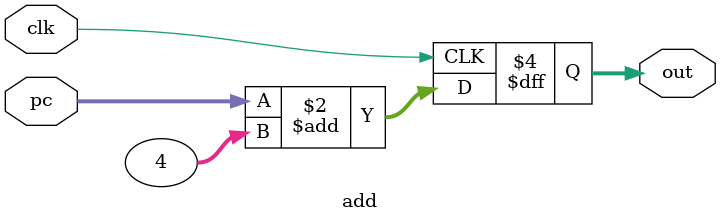
<source format=v>
module add(pc,out,clk);
input[31:0]pc;
input clk;
output reg[31:0]out=0;
always@(posedge clk)
	 out=pc+4;
endmodule

</source>
